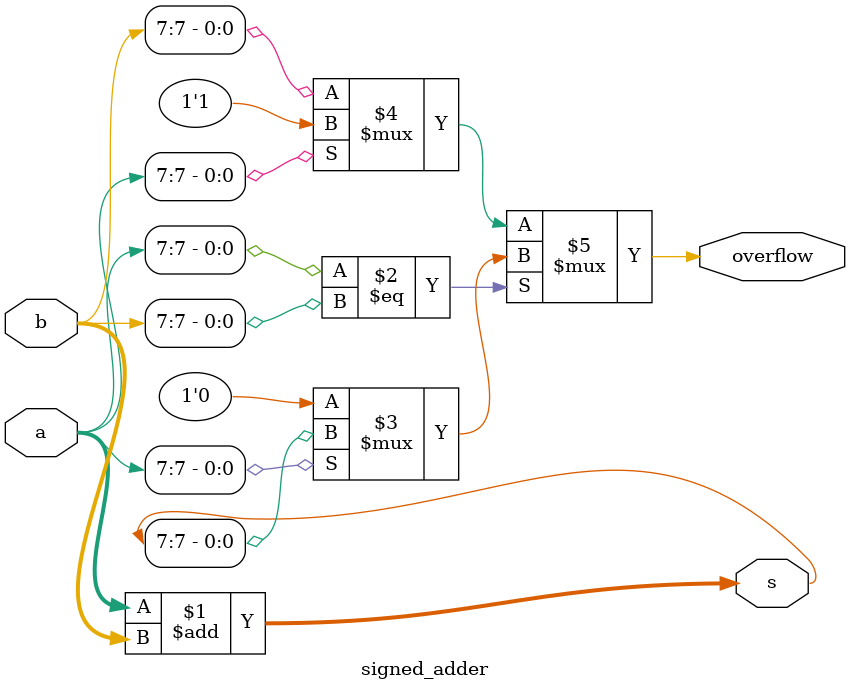
<source format=v>

module signed_adder(input [7:0] a,
    input [7:0] b,
    output [7:0] s,
    output overflow
); 

// The numbers a and b are added to the output s. 
// assign the occurence of the signed overflow of a and b to the output overflow.
// a signed overflow occurs if the most significant bits of a and b are low and the most significant bit of s is high
// a signed overflow may also occur if the most significant bits of a and b are high and the most significant bit of s is low


assign s = a + b;
assign overflow = (a[7] == b[7] ? (a[7] ? s[7] : 1'b0) : (a[7] ? 1'b1 : b[7]));

endmodule

</source>
